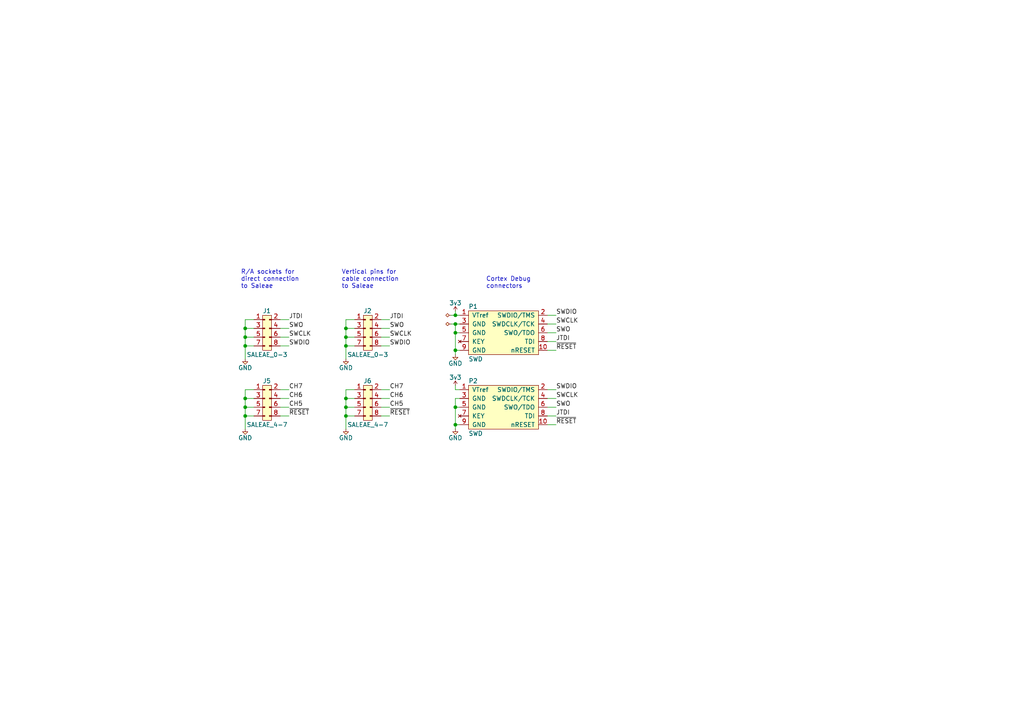
<source format=kicad_sch>
(kicad_sch (version 20230121) (generator eeschema)
  (paper "A4")
  (title_block (title "Saleae Logic to PMOD + Picoblade adapter") (date "2020-07-28") (rev "1"))
  (lib_symbols
    (symbol "cortex-debug-rescue:3v3-agg" (power) (pin_numbers hide) (pin_names (offset 1.016) hide)
      (property "Value" "3v3-agg" (at 0 2.286 0))
      (symbol "3v3-agg_0_1"
        (polyline (pts (xy 0 1.27) (xy 0.508 0.508)))
        (polyline (pts (xy 0 0) (xy 0 1.27) (xy -0.508 0.508)))
      )
      (symbol "3v3-agg_1_1"
        (pin power_in line (at 0 0 180) (length 0) hide (name "3v3") (number "1"))
      )
    )
    (symbol "cortex-debug-rescue:CONN_02x04-agg" (pin_names (offset 0.0254) hide)
      (property "Reference" "J" (at -2.54 2.54 0))
      (property "Value" "agg_CONN_02x04" (at -2.54 -10.16 0))
      (symbol "CONN_02x04-agg_0_1"
        (rectangle (start -2.54 -7.493) (end -1.905 -7.747) (fill (type outline)))
        (rectangle (start -2.54 -4.953) (end -1.905 -5.207) (fill (type outline)))
        (rectangle (start -2.54 -2.413) (end -1.905 -2.667) (fill (type outline)))
        (rectangle (start -2.54 0.127) (end -1.905 -0.127) (fill (type outline)))
        (rectangle (start 0 -7.493) (end -0.635 -7.747) (fill (type outline)))
        (rectangle (start 0 -4.953) (end -0.635 -5.207) (fill (type outline)))
        (rectangle (start 0 -2.413) (end -0.635 -2.667) (fill (type outline)))
        (rectangle (start 0 0.127) (end -0.635 -0.127) (fill (type outline)))
        (rectangle (start 0 1.27) (end -2.54 -8.89) (fill (type background)))
      )
      (symbol "CONN_02x04-agg_1_1"
        (pin passive line (at -5.08 0 0) (length 2.54) (name "1") (number "1"))
        (pin passive line (at 2.54 0 180) (length 2.54) (name "2") (number "2"))
        (pin passive line (at -5.08 -2.54 0) (length 2.54) (name "3") (number "3"))
        (pin passive line (at 2.54 -2.54 180) (length 2.54) (name "4") (number "4"))
        (pin passive line (at -5.08 -5.08 0) (length 2.54) (name "5") (number "5"))
        (pin passive line (at 2.54 -5.08 180) (length 2.54) (name "6") (number "6"))
        (pin passive line (at -5.08 -7.62 0) (length 2.54) (name "7") (number "7"))
        (pin passive line (at 2.54 -7.62 180) (length 2.54) (name "8") (number "8"))
      )
    )
    (symbol "cortex-debug-rescue:GND-agg" (power) (pin_numbers hide) (pin_names (offset 1.016) hide)
      (property "Value" "GND-agg" (at 0 -2.54 0))
      (symbol "GND-agg_0_1"
        (polyline (pts (xy 0 0) (xy 0 -0.762)))
        (polyline (pts (xy -0.762 -0.762) (xy 0.762 -0.762) (xy 0 -1.524) (xy -0.762 -0.762)) (fill (type background)))
      )
      (symbol "GND-agg_1_1"
        (pin power_in line (at 0 0 180) (length 0) hide (name "GND") (number "1"))
      )
    )
    (symbol "cortex-debug-rescue:PWR-agg" (power) (pin_numbers hide) (pin_names (offset 1.016) hide)
      (property "Value" "PWR-agg" (at 0 2.286 0))
      (symbol "PWR-agg_0_1"
        (polyline (pts (xy 0 0.508) (xy -0.508 1.016) (xy 0 1.524) (xy 0.508 1.016) (xy 0 0.508)) (fill (type background)))
      )
      (symbol "PWR-agg_1_1"
        (pin power_out line (at 0 0 90) (length 0.508) (name "pwr") (number "1"))
      )
    )
    (symbol "cortex-debug-rescue:SWD-agg" (pin_names (offset 1.016))
      (property "Reference" "P" (at -10.16 7.62 0))
      (property "Value" "agg_SWD" (at -10.16 -7.62 0))
      (symbol "SWD-agg_0_1"
        (rectangle (start -10.16 6.35) (end 10.16 -6.35) (fill (type background)))
      )
      (symbol "SWD-agg_1_1"
        (pin power_in line (at -12.7 5.08 0) (length 2.54) (name "VTref") (number "1"))
        (pin open_collector line (at 12.7 -5.08 180) (length 2.54) (name "nRESET") (number "10"))
        (pin bidirectional line (at 12.7 5.08 180) (length 2.54) (name "SWDIO/TMS") (number "2"))
        (pin power_in line (at -12.7 2.54 0) (length 2.54) (name "GND") (number "3"))
        (pin bidirectional line (at 12.7 2.54 180) (length 2.54) (name "SWDCLK/TCK") (number "4"))
        (pin power_in line (at -12.7 0 0) (length 2.54) (name "GND") (number "5"))
        (pin bidirectional line (at 12.7 0 180) (length 2.54) (name "SWO/TDO") (number "6"))
        (pin no_connect line (at -12.7 -2.54 0) (length 2.54) (name "KEY") (number "7"))
        (pin bidirectional line (at 12.7 -2.54 180) (length 2.54) (name "TDI") (number "8"))
        (pin power_in line (at -12.7 -5.08 0) (length 2.54) (name "GND") (number "9"))
      )
    )
  )
  (junction (at 71.12 95.25))
  (junction (at 71.12 118.11))
  (junction (at 71.12 115.57))
  (junction (at 132.08 118.11))
  (junction (at 100.33 115.57))
  (junction (at 132.08 101.6))
  (junction (at 132.08 93.98))
  (junction (at 100.33 95.25))
  (junction (at 100.33 97.79))
  (junction (at 100.33 100.33))
  (junction (at 71.12 100.33))
  (junction (at 132.08 96.52))
  (junction (at 71.12 120.65))
  (junction (at 100.33 118.11))
  (junction (at 100.33 120.65))
  (junction (at 71.12 97.79))
  (junction (at 132.08 91.44))
  (junction (at 132.08 123.19))
  (wire (pts (xy 158.75 93.98) (xy 161.29 93.98)))
  (wire (pts (xy 110.49 113.03) (xy 113.03 113.03)))
  (wire (pts (xy 102.87 120.65) (xy 100.33 120.65)))
  (wire (pts (xy 132.08 124.46) (xy 132.08 123.19)))
  (wire (pts (xy 100.33 124.46) (xy 100.33 120.65)))
  (wire (pts (xy 71.12 115.57) (xy 71.12 113.03)))
  (wire (pts (xy 73.66 115.57) (xy 71.12 115.57)))
  (wire (pts (xy 158.75 101.6) (xy 161.29 101.6)))
  (wire (pts (xy 133.35 118.11) (xy 132.08 118.11)))
  (wire (pts (xy 71.12 97.79) (xy 71.12 95.25)))
  (wire (pts (xy 71.12 118.11) (xy 71.12 115.57)))
  (wire (pts (xy 81.28 100.33) (xy 83.82 100.33)))
  (wire (pts (xy 71.12 113.03) (xy 73.66 113.03)))
  (wire (pts (xy 100.33 97.79) (xy 100.33 95.25)))
  (wire (pts (xy 110.49 118.11) (xy 113.03 118.11)))
  (wire (pts (xy 73.66 100.33) (xy 71.12 100.33)))
  (wire (pts (xy 133.35 101.6) (xy 132.08 101.6)))
  (wire (pts (xy 81.28 118.11) (xy 83.82 118.11)))
  (wire (pts (xy 73.66 120.65) (xy 71.12 120.65)))
  (wire (pts (xy 110.49 100.33) (xy 113.03 100.33)))
  (wire (pts (xy 132.08 113.03) (xy 133.35 113.03)))
  (wire (pts (xy 158.75 115.57) (xy 161.29 115.57)))
  (wire (pts (xy 110.49 97.79) (xy 113.03 97.79)))
  (wire (pts (xy 102.87 95.25) (xy 100.33 95.25)))
  (wire (pts (xy 100.33 100.33) (xy 100.33 97.79)))
  (wire (pts (xy 130.81 91.44) (xy 132.08 91.44)))
  (wire (pts (xy 110.49 120.65) (xy 113.03 120.65)))
  (wire (pts (xy 71.12 118.11) (xy 73.66 118.11)))
  (wire (pts (xy 71.12 97.79) (xy 73.66 97.79)))
  (wire (pts (xy 130.81 93.98) (xy 132.08 93.98)))
  (wire (pts (xy 81.28 120.65) (xy 83.82 120.65)))
  (wire (pts (xy 100.33 118.11) (xy 100.33 115.57)))
  (wire (pts (xy 100.33 92.71) (xy 102.87 92.71)))
  (wire (pts (xy 100.33 95.25) (xy 100.33 92.71)))
  (wire (pts (xy 132.08 118.11) (xy 132.08 115.57)))
  (wire (pts (xy 71.12 92.71) (xy 73.66 92.71)))
  (wire (pts (xy 158.75 118.11) (xy 161.29 118.11)))
  (wire (pts (xy 81.28 97.79) (xy 83.82 97.79)))
  (wire (pts (xy 132.08 123.19) (xy 132.08 118.11)))
  (wire (pts (xy 132.08 115.57) (xy 133.35 115.57)))
  (wire (pts (xy 100.33 97.79) (xy 102.87 97.79)))
  (wire (pts (xy 100.33 115.57) (xy 100.33 113.03)))
  (wire (pts (xy 132.08 93.98) (xy 133.35 93.98)))
  (wire (pts (xy 133.35 96.52) (xy 132.08 96.52)))
  (wire (pts (xy 158.75 123.19) (xy 161.29 123.19)))
  (wire (pts (xy 158.75 113.03) (xy 161.29 113.03)))
  (wire (pts (xy 71.12 104.14) (xy 71.12 100.33)))
  (wire (pts (xy 100.33 120.65) (xy 100.33 118.11)))
  (wire (pts (xy 81.28 113.03) (xy 83.82 113.03)))
  (wire (pts (xy 71.12 124.46) (xy 71.12 120.65)))
  (wire (pts (xy 71.12 95.25) (xy 71.12 92.71)))
  (wire (pts (xy 73.66 95.25) (xy 71.12 95.25)))
  (wire (pts (xy 81.28 115.57) (xy 83.82 115.57)))
  (wire (pts (xy 133.35 123.19) (xy 132.08 123.19)))
  (wire (pts (xy 71.12 100.33) (xy 71.12 97.79)))
  (wire (pts (xy 100.33 118.11) (xy 102.87 118.11)))
  (wire (pts (xy 81.28 92.71) (xy 83.82 92.71)))
  (wire (pts (xy 71.12 120.65) (xy 71.12 118.11)))
  (wire (pts (xy 110.49 92.71) (xy 113.03 92.71)))
  (wire (pts (xy 158.75 120.65) (xy 161.29 120.65)))
  (wire (pts (xy 132.08 96.52) (xy 132.08 93.98)))
  (wire (pts (xy 102.87 100.33) (xy 100.33 100.33)))
  (wire (pts (xy 132.08 91.44) (xy 133.35 91.44)))
  (wire (pts (xy 158.75 99.06) (xy 161.29 99.06)))
  (wire (pts (xy 100.33 113.03) (xy 102.87 113.03)))
  (wire (pts (xy 158.75 96.52) (xy 161.29 96.52)))
  (wire (pts (xy 132.08 102.87) (xy 132.08 101.6)))
  (wire (pts (xy 132.08 101.6) (xy 132.08 96.52)))
  (wire (pts (xy 110.49 115.57) (xy 113.03 115.57)))
  (wire (pts (xy 81.28 95.25) (xy 83.82 95.25)))
  (wire (pts (xy 102.87 115.57) (xy 100.33 115.57)))
  (wire (pts (xy 100.33 104.14) (xy 100.33 100.33)))
  (wire (pts (xy 158.75 91.44) (xy 161.29 91.44)))
  (wire (pts (xy 110.49 95.25) (xy 113.03 95.25)))
  (wire (pts (xy 132.08 111.76) (xy 132.08 113.03)))
  (wire (pts (xy 132.08 90.17) (xy 132.08 91.44)))
  (text "Vertical pins for\ncable connection\nto Saleae" (at 99.06 83.82 0) (effects (font (size 1.27 1.27)) (justify left bottom)))
  (text "Cortex Debug\nconnectors" (at 140.97 83.82 0) (effects (font (size 1.27 1.27)) (justify left bottom)))
  (text "R/A sockets for\ndirect connection\nto Saleae" (at 69.85 83.82 0) (effects (font (size 1.27 1.27)) (justify left bottom)))
  (label "SWO" (at 83.82 95.25 0))
  (label "SWDIO" (at 113.03 100.33 0))
  (label "SWO" (at 161.29 118.11 0))
  (label "SWDIO" (at 161.29 113.03 0))
  (label "~{RESET}" (at 113.03 120.65 0))
  (label "JTDI" (at 161.29 99.06 0))
  (label "CH7" (at 113.03 113.03 0))
  (label "SWCLK" (at 161.29 115.57 0))
  (label "SWDIO" (at 83.82 100.33 0))
  (label "CH5" (at 113.03 118.11 0))
  (label "CH6" (at 83.82 115.57 0))
  (label "CH7" (at 83.82 113.03 0))
  (label "CH5" (at 83.82 118.11 0))
  (label "~{RESET}" (at 161.29 101.6 0))
  (label "SWCLK" (at 83.82 97.79 0))
  (label "SWO" (at 113.03 95.25 0))
  (label "CH6" (at 113.03 115.57 0))
  (label "JTDI" (at 113.03 92.71 0))
  (label "SWO" (at 161.29 96.52 0))
  (label "JTDI" (at 83.82 92.71 0))
  (label "SWCLK" (at 161.29 93.98 0))
  (label "~{RESET}" (at 161.29 123.19 0))
  (label "SWDIO" (at 161.29 91.44 0))
  (label "SWCLK" (at 113.03 97.79 0))
  (label "~{RESET}" (at 83.82 120.65 0))
  (label "JTDI" (at 161.29 120.65 0))
  (symbol (lib_id "cortex-debug-rescue:CONN_02x04-agg") (at 107.95 92.71 0) (unit 1)
    (property "Reference" "J2" (at 105.41 90.17 0) (effects (justify left)))
    (property "Value" "SALEAE_0-3" (at 106.68 102.87 0))
    (property "Footprint" "agg:DIL-254P-08" (effects hide))
    (property "Farnell" "2856692" (effects hide))
  )
  (symbol (lib_id "cortex-debug-rescue:CONN_02x04-agg") (at 107.95 113.03 0) (unit 1)
    (property "Reference" "J6" (at 105.41 110.49 0) (effects (justify left)))
    (property "Value" "SALEAE_4-7" (at 106.68 123.19 0))
    (property "Footprint" "agg:DIL-254P-08" (effects hide))
    (property "Farnell" "2856692" (effects hide))
  )
  (symbol (lib_id "cortex-debug-rescue:GND-agg") (at 100.33 104.14 0) (unit 1)
    (property "Reference" "#PWR04" (effects hide))
    (property "Value" "GND" (at 100.33 106.68 0))
  )
  (symbol (lib_id "cortex-debug-rescue:SWD-agg") (at 146.05 96.52 0) (unit 1)
    (property "Reference" "P1" (at 135.89 88.9 0) (effects (justify left)))
    (property "Value" "SWD" (at 135.89 104.14 0) (effects (justify left)))
    (property "Footprint" "agg:FTSH-105-01-L-DV-K" (effects hide))
    (property "Farnell" "2856437" (effects hide))
  )
  (symbol (lib_id "cortex-debug-rescue:GND-agg") (at 132.08 102.87 0) (unit 1)
    (property "Reference" "#PWR0101" (effects hide))
    (property "Value" "GND" (at 132.08 105.41 0))
  )
  (symbol (lib_id "cortex-debug-rescue:GND-agg") (at 100.33 124.46 0) (unit 1)
    (property "Reference" "#PWR012" (effects hide))
    (property "Value" "GND" (at 100.33 127 0))
  )
  (symbol (lib_id "cortex-debug-rescue:3v3-agg") (at 132.08 90.17 0) (unit 1)
    (property "Reference" "#PWR0102" (effects hide))
    (property "Value" "3v3" (at 132.08 87.884 0))
  )
  (symbol (lib_id "cortex-debug-rescue:SWD-agg") (at 146.05 118.11 0) (unit 1)
    (property "Reference" "P2" (at 135.89 110.49 0) (effects (justify left)))
    (property "Value" "SWD" (at 135.89 125.73 0) (effects (justify left)))
    (property "Footprint" "agg:FTSH-105-01-L-DV-K" (effects hide))
    (property "Farnell" "2856437" (effects hide))
  )
  (symbol (lib_id "cortex-debug-rescue:GND-agg") (at 132.08 124.46 0) (unit 1)
    (property "Reference" "#PWR0103" (effects hide))
    (property "Value" "GND" (at 132.08 127 0))
  )
  (symbol (lib_id "cortex-debug-rescue:3v3-agg") (at 132.08 111.76 0) (unit 1)
    (property "Reference" "#PWR0104" (effects hide))
    (property "Value" "3v3" (at 132.08 109.474 0))
  )
  (symbol (lib_id "cortex-debug-rescue:PWR-agg") (at 130.81 91.44 90) (unit 1)
    (property "Reference" "#FLG0101" (effects hide))
    (property "Value" "PWR" (effects hide))
  )
  (symbol (lib_id "cortex-debug-rescue:PWR-agg") (at 130.81 93.98 90) (unit 1)
    (property "Reference" "#FLG0102" (effects hide))
    (property "Value" "PWR" (effects hide))
  )
  (symbol (lib_id "cortex-debug-rescue:CONN_02x04-agg") (at 78.74 92.71 0) (unit 1)
    (property "Reference" "J1" (at 76.2 90.17 0) (effects (justify left)))
    (property "Value" "SALEAE_0-3" (at 77.47 102.87 0))
    (property "Footprint" "agg:DIL-254P-08" (effects hide))
    (property "Farnell" "1668343" (effects hide))
  )
  (symbol (lib_id "cortex-debug-rescue:CONN_02x04-agg") (at 78.74 113.03 0) (unit 1)
    (property "Reference" "J5" (at 76.2 110.49 0) (effects (justify left)))
    (property "Value" "SALEAE_4-7" (at 77.47 123.19 0))
    (property "Footprint" "agg:DIL-254P-08" (effects hide))
    (property "Farnell" "1668343" (effects hide))
  )
  (symbol (lib_id "cortex-debug-rescue:GND-agg") (at 71.12 104.14 0) (unit 1)
    (property "Reference" "#PWR03" (effects hide))
    (property "Value" "GND" (at 71.12 106.68 0))
  )
  (symbol (lib_id "cortex-debug-rescue:GND-agg") (at 71.12 124.46 0) (unit 1)
    (property "Reference" "#PWR011" (effects hide))
    (property "Value" "GND" (at 71.12 127 0))
  )
)
</source>
